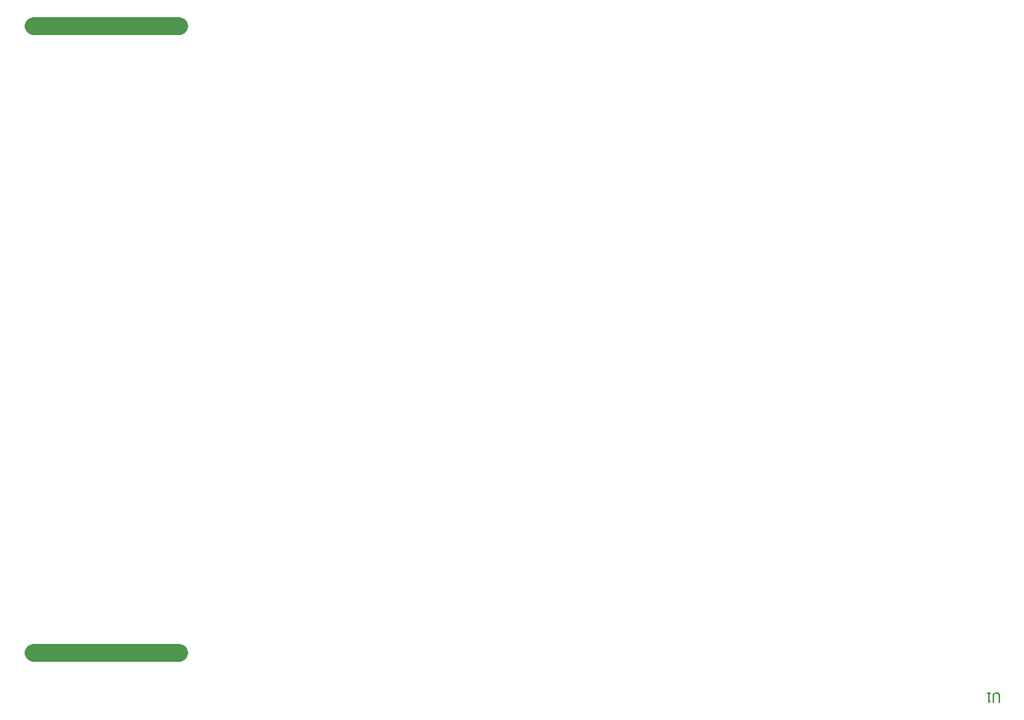
<source format=gbp>
G04*
G04 #@! TF.GenerationSoftware,Altium Limited,Altium Designer,21.8.1 (53)*
G04*
G04 Layer_Color=128*
%FSLAX43Y43*%
%MOMM*%
G71*
G04*
G04 #@! TF.SameCoordinates,43502BEE-6898-4BDF-A8F3-2E7845CCF1CD*
G04*
G04*
G04 #@! TF.FilePolarity,Positive*
G04*
G01*
G75*
%ADD15C,0.152*%
%ADD16C,2.032*%
D15*
X141223Y9652D02*
Y10498D01*
X141054Y10667D01*
X140715D01*
X140546Y10498D01*
Y9652D01*
X140208Y10667D02*
X139869D01*
X140038D01*
Y9652D01*
X140208Y9821D01*
D16*
X31749Y86359D02*
X48259D01*
X31749Y15239D02*
X48259D01*
M02*

</source>
